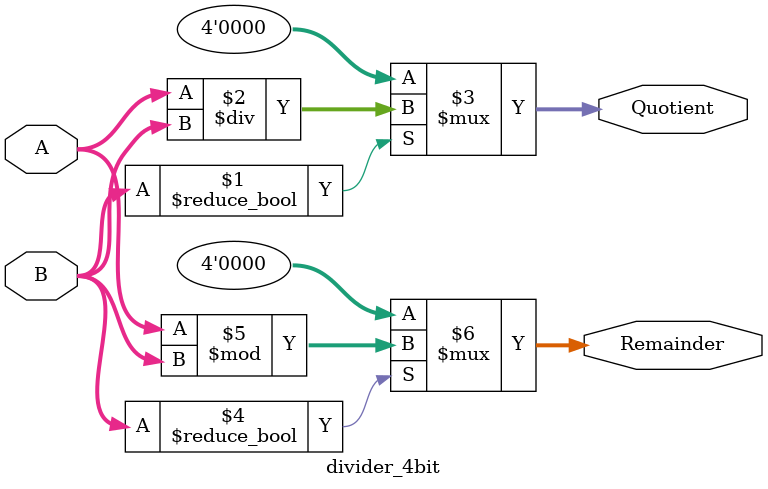
<source format=v>
module divider_4bit (
    input  [3:0] A,
    input  [3:0] B,
    output [3:0] Quotient,
    output [3:0] Remainder
);
    assign Quotient = (B != 0) ? (A / B) : 4'b0000;
    assign Remainder = (B != 0) ? (A % B) : 4'b0000;
endmodule

</source>
